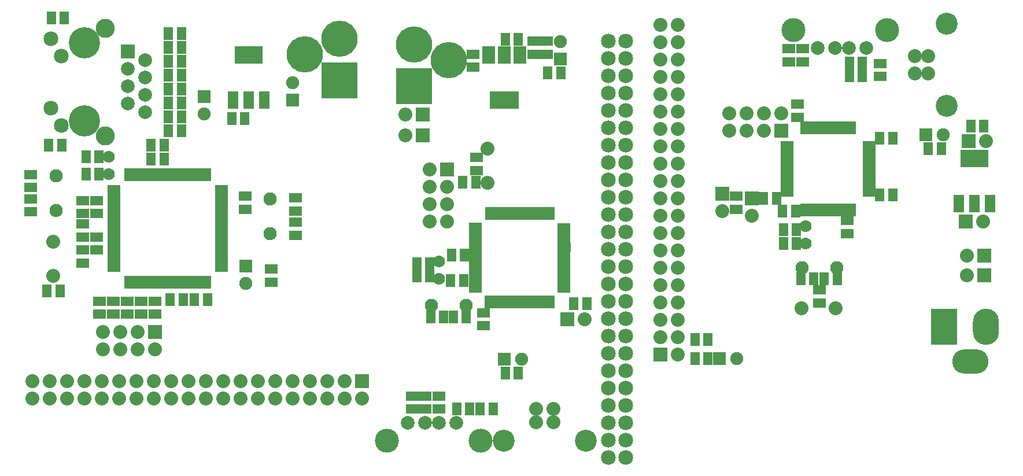
<source format=gts>
G04 (created by PCBNEW-RS274X (2011-03-30 BZR 2932)-stable) date 18/05/2011 11:49:28 p.m.*
G01*
G70*
G90*
%MOIN*%
G04 Gerber Fmt 3.4, Leading zero omitted, Abs format*
%FSLAX34Y34*%
G04 APERTURE LIST*
%ADD10C,0.006000*%
%ADD11C,0.076000*%
%ADD12C,0.209000*%
%ADD13R,0.209000X0.209000*%
%ADD14R,0.075000X0.075000*%
%ADD15C,0.075000*%
%ADD16R,0.075000X0.030000*%
%ADD17R,0.030000X0.075000*%
%ADD18R,0.075000X0.029200*%
%ADD19R,0.080000X0.080000*%
%ADD20C,0.080000*%
%ADD21C,0.085000*%
%ADD22C,0.070000*%
%ADD23R,0.055000X0.075000*%
%ADD24R,0.075000X0.055000*%
%ADD25R,0.170000X0.100000*%
%ADD26R,0.075000X0.100000*%
%ADD27C,0.079100*%
%ADD28C,0.138100*%
%ADD29C,0.126300*%
%ADD30O,0.150000X0.209000*%
%ADD31O,0.209000X0.140000*%
%ADD32R,0.164000X0.100000*%
%ADD33R,0.060000X0.100000*%
%ADD34R,0.078000X0.030000*%
%ADD35R,0.030000X0.078000*%
%ADD36C,0.180000*%
%ADD37R,0.079100X0.079100*%
%ADD38C,0.110000*%
G04 APERTURE END LIST*
G54D10*
G54D11*
X57750Y-26600D03*
X55750Y-26600D03*
G54D12*
X54750Y-11550D03*
G54D13*
X54750Y-13950D03*
G54D12*
X56750Y-12450D03*
G54D14*
X59950Y-29700D03*
G54D15*
X60950Y-29700D03*
G54D14*
X63200Y-12400D03*
G54D15*
X63200Y-11400D03*
G54D16*
X58291Y-21978D03*
G54D17*
X58978Y-26409D03*
G54D16*
X63409Y-25722D03*
G54D17*
X62722Y-21291D03*
G54D16*
X58291Y-22175D03*
G54D17*
X59175Y-26409D03*
G54D16*
X63409Y-25525D03*
G54D17*
X62525Y-21291D03*
G54D18*
X58291Y-22372D03*
G54D17*
X59372Y-26409D03*
G54D16*
X63409Y-25328D03*
G54D17*
X62328Y-21291D03*
G54D16*
X58291Y-22569D03*
G54D17*
X59569Y-26409D03*
G54D16*
X63409Y-25131D03*
G54D17*
X62131Y-21291D03*
G54D16*
X58291Y-22766D03*
G54D17*
X59766Y-26409D03*
G54D16*
X63409Y-24934D03*
G54D17*
X61934Y-21291D03*
G54D16*
X58291Y-22963D03*
G54D17*
X59963Y-26409D03*
G54D16*
X63409Y-24737D03*
G54D17*
X61737Y-21291D03*
G54D16*
X58291Y-23160D03*
G54D17*
X60160Y-26409D03*
G54D16*
X63409Y-24540D03*
G54D17*
X61540Y-21291D03*
G54D16*
X58291Y-23357D03*
G54D17*
X60357Y-26409D03*
G54D16*
X63409Y-24343D03*
G54D17*
X61343Y-21291D03*
G54D16*
X58291Y-23554D03*
G54D17*
X60554Y-26409D03*
G54D16*
X63409Y-24146D03*
G54D17*
X61146Y-21291D03*
G54D16*
X58291Y-23751D03*
G54D17*
X60751Y-26409D03*
G54D16*
X63409Y-23949D03*
G54D17*
X60949Y-21291D03*
G54D16*
X58291Y-23948D03*
G54D17*
X60948Y-26409D03*
G54D16*
X63409Y-23752D03*
G54D17*
X60752Y-21291D03*
G54D16*
X58291Y-24145D03*
G54D17*
X61145Y-26409D03*
G54D16*
X63409Y-23555D03*
G54D17*
X60555Y-21291D03*
G54D16*
X58291Y-24342D03*
G54D17*
X61342Y-26409D03*
G54D10*
G36*
X63034Y-23208D02*
X63784Y-23208D01*
X63784Y-23508D01*
X63034Y-23508D01*
X63034Y-23208D01*
X63034Y-23208D01*
G37*
G54D17*
X60358Y-21291D03*
G54D16*
X58291Y-24539D03*
G54D17*
X61539Y-26409D03*
G54D10*
G36*
X63034Y-23011D02*
X63784Y-23011D01*
X63784Y-23311D01*
X63034Y-23311D01*
X63034Y-23011D01*
X63034Y-23011D01*
G37*
G54D17*
X60161Y-21291D03*
G54D16*
X58291Y-24736D03*
G54D17*
X61736Y-26409D03*
G54D16*
X63409Y-22964D03*
G54D17*
X59964Y-21291D03*
G54D16*
X58291Y-24933D03*
G54D17*
X61933Y-26409D03*
G54D16*
X63409Y-22767D03*
G54D17*
X59767Y-21291D03*
G54D16*
X58291Y-25130D03*
G54D17*
X62130Y-26409D03*
G54D16*
X63409Y-22570D03*
G54D17*
X59570Y-21291D03*
G54D16*
X58291Y-25327D03*
G54D17*
X62327Y-26409D03*
G54D16*
X63409Y-22373D03*
G54D17*
X59373Y-21291D03*
G54D16*
X58291Y-25524D03*
G54D17*
X62524Y-26409D03*
G54D16*
X63409Y-22176D03*
G54D17*
X59176Y-21291D03*
G54D16*
X58291Y-25721D03*
G54D17*
X62721Y-26409D03*
G54D16*
X63409Y-21979D03*
G54D17*
X58979Y-21291D03*
G54D19*
X55250Y-16800D03*
G54D20*
X54250Y-16800D03*
G54D19*
X63600Y-27400D03*
G54D20*
X64600Y-27400D03*
G54D19*
X55250Y-15600D03*
G54D20*
X54250Y-15600D03*
G54D19*
X56650Y-18750D03*
G54D20*
X55650Y-18750D03*
X56650Y-19750D03*
X55650Y-19750D03*
X56650Y-20750D03*
X55650Y-20750D03*
X56650Y-21750D03*
X55650Y-21750D03*
G54D21*
X65950Y-23350D03*
X66950Y-23350D03*
X65950Y-22350D03*
X66950Y-22350D03*
X65950Y-21350D03*
X66950Y-21350D03*
X66950Y-18350D03*
X65950Y-18350D03*
X66950Y-19350D03*
X65950Y-19350D03*
X66950Y-20350D03*
X65950Y-20350D03*
X65950Y-14350D03*
X66950Y-14350D03*
X65950Y-13350D03*
X66950Y-13350D03*
X66950Y-15350D03*
X65950Y-15350D03*
X66950Y-16350D03*
X65950Y-16350D03*
X66950Y-17350D03*
X65950Y-17350D03*
X65950Y-29350D03*
X66950Y-29350D03*
X65950Y-28350D03*
X66950Y-28350D03*
X65950Y-27350D03*
X66950Y-27350D03*
X66950Y-24350D03*
X65950Y-24350D03*
X66950Y-25350D03*
X65950Y-25350D03*
X66950Y-26350D03*
X65950Y-26350D03*
X65950Y-32350D03*
X66950Y-32350D03*
X65950Y-31350D03*
X66950Y-31350D03*
X65950Y-30350D03*
X66950Y-30350D03*
X66950Y-11350D03*
X65950Y-11350D03*
X66950Y-12350D03*
X65950Y-12350D03*
X66950Y-33350D03*
X65950Y-33350D03*
X66950Y-34350D03*
X65950Y-34350D03*
X66950Y-35350D03*
X65950Y-35350D03*
G54D22*
X56200Y-24050D03*
X56200Y-25050D03*
G54D23*
X57025Y-27250D03*
X57775Y-27250D03*
X56475Y-27250D03*
X55725Y-27250D03*
X58325Y-19500D03*
X57575Y-19500D03*
G54D24*
X58350Y-18825D03*
X58350Y-18075D03*
G54D23*
X56875Y-25150D03*
X57625Y-25150D03*
X57225Y-32550D03*
X57975Y-32550D03*
X59325Y-32550D03*
X58575Y-32550D03*
X54925Y-24200D03*
X55675Y-24200D03*
G54D24*
X56200Y-32575D03*
X56200Y-31825D03*
X54650Y-32575D03*
X54650Y-31825D03*
G54D23*
X62475Y-13200D03*
X63225Y-13200D03*
G54D24*
X61650Y-12125D03*
X61650Y-11375D03*
G54D23*
X60025Y-11250D03*
X60775Y-11250D03*
G54D24*
X58150Y-12875D03*
X58150Y-12125D03*
G54D23*
X54925Y-24900D03*
X55675Y-24900D03*
X63975Y-26500D03*
X64725Y-26500D03*
G54D24*
X62400Y-12125D03*
X62400Y-11375D03*
G54D23*
X56925Y-23700D03*
X57675Y-23700D03*
X60025Y-30500D03*
X60775Y-30500D03*
G54D24*
X58750Y-27775D03*
X58750Y-27025D03*
X55400Y-32575D03*
X55400Y-31825D03*
G54D25*
X59950Y-14750D03*
G54D26*
X59950Y-12150D03*
X59050Y-12150D03*
X60850Y-12150D03*
G54D20*
X59000Y-19534D03*
X59000Y-17566D03*
G54D27*
X54400Y-33350D03*
X55400Y-33350D03*
X56200Y-33350D03*
X57200Y-33350D03*
G54D28*
X53200Y-34400D03*
X58600Y-34400D03*
G54D20*
X61800Y-32550D03*
X62800Y-32550D03*
X62800Y-33337D03*
X61800Y-33337D03*
G54D29*
X59938Y-34400D03*
X64662Y-34400D03*
G54D19*
X86575Y-21775D03*
G54D20*
X87575Y-21775D03*
G54D19*
X86725Y-17125D03*
G54D20*
X87725Y-17125D03*
G54D19*
X74225Y-20425D03*
G54D20*
X74225Y-21425D03*
G54D11*
X77125Y-24425D03*
X79125Y-24425D03*
G54D30*
X87725Y-27825D03*
G54D10*
G36*
X86075Y-26780D02*
X86075Y-28870D01*
X84575Y-28870D01*
X84575Y-26780D01*
X86075Y-26780D01*
X86075Y-26780D01*
G37*
G54D31*
X86825Y-29825D03*
G54D14*
X72375Y-29675D03*
G54D15*
X73375Y-29675D03*
G54D14*
X84275Y-16775D03*
G54D15*
X85275Y-16775D03*
G54D17*
X77147Y-21087D03*
G54D16*
X80987Y-20203D03*
G54D17*
X80103Y-16363D03*
G54D16*
X76263Y-17247D03*
G54D17*
X77344Y-21087D03*
G54D16*
X80987Y-20006D03*
G54D17*
X79906Y-16363D03*
G54D16*
X76263Y-17444D03*
G54D17*
X77541Y-21087D03*
G54D16*
X80987Y-19809D03*
G54D17*
X79709Y-16363D03*
G54D16*
X76263Y-17641D03*
G54D17*
X77738Y-21087D03*
G54D16*
X80987Y-19612D03*
G54D17*
X79512Y-16363D03*
G54D16*
X76263Y-17838D03*
G54D17*
X77935Y-21087D03*
G54D16*
X80987Y-19415D03*
G54D17*
X79315Y-16363D03*
G54D16*
X76263Y-18035D03*
G54D17*
X78132Y-21087D03*
G54D16*
X80987Y-19218D03*
G54D17*
X79118Y-16363D03*
G54D16*
X76263Y-18232D03*
G54D17*
X78329Y-21087D03*
G54D16*
X80987Y-19021D03*
G54D17*
X78921Y-16363D03*
G54D16*
X76263Y-18429D03*
G54D17*
X78526Y-21087D03*
G54D16*
X80987Y-18824D03*
G54D17*
X78724Y-16363D03*
G54D16*
X76263Y-18626D03*
G54D17*
X78723Y-21087D03*
G54D16*
X80987Y-18627D03*
G54D17*
X78527Y-16363D03*
G54D16*
X76263Y-18823D03*
G54D17*
X78920Y-21087D03*
G54D16*
X80987Y-18430D03*
G54D17*
X78330Y-16363D03*
G54D16*
X76263Y-19020D03*
G54D17*
X79117Y-21087D03*
G54D16*
X80987Y-18233D03*
G54D17*
X78133Y-16363D03*
G54D16*
X76263Y-19217D03*
G54D17*
X79314Y-21087D03*
G54D16*
X80987Y-18036D03*
G54D17*
X77936Y-16363D03*
G54D16*
X76263Y-19414D03*
G54D17*
X79511Y-21087D03*
G54D16*
X80987Y-17839D03*
G54D17*
X77739Y-16363D03*
G54D16*
X76263Y-19611D03*
G54D17*
X79708Y-21087D03*
G54D16*
X80987Y-17642D03*
G54D17*
X77542Y-16363D03*
G54D16*
X76263Y-19808D03*
G54D17*
X79905Y-21087D03*
G54D16*
X80987Y-17445D03*
G54D17*
X77345Y-16363D03*
G54D16*
X76263Y-20005D03*
G54D17*
X80102Y-21087D03*
G54D16*
X80987Y-17248D03*
G54D17*
X77148Y-16363D03*
G54D16*
X76263Y-20202D03*
G54D19*
X68975Y-29425D03*
G54D20*
X69975Y-29425D03*
X68975Y-24425D03*
X69975Y-28425D03*
X68975Y-23425D03*
X69975Y-27425D03*
X68975Y-22425D03*
X69975Y-26425D03*
X68975Y-21425D03*
X69975Y-25425D03*
X68975Y-20425D03*
X69975Y-24425D03*
X68975Y-19425D03*
X69975Y-23425D03*
X68975Y-18425D03*
X69975Y-22425D03*
X68975Y-17425D03*
X69975Y-21425D03*
X68975Y-16425D03*
X69975Y-20425D03*
X68975Y-15425D03*
X69975Y-19425D03*
X68975Y-14425D03*
X69975Y-18425D03*
X69975Y-17425D03*
X68975Y-13425D03*
X69975Y-16425D03*
X69975Y-14425D03*
X69975Y-13425D03*
X69975Y-12425D03*
X69975Y-11425D03*
X68975Y-12425D03*
X68975Y-11425D03*
X68975Y-28425D03*
X68975Y-27425D03*
X68975Y-26425D03*
X68975Y-25425D03*
X68975Y-10425D03*
X69975Y-10425D03*
X69975Y-15425D03*
G54D19*
X87625Y-24875D03*
G54D20*
X86625Y-24875D03*
G54D19*
X87625Y-23725D03*
G54D20*
X86625Y-23725D03*
G54D19*
X72525Y-20175D03*
G54D20*
X72525Y-21175D03*
G54D19*
X75925Y-16525D03*
G54D20*
X75925Y-15525D03*
X74925Y-16525D03*
X74925Y-15525D03*
X73925Y-16525D03*
X73925Y-15525D03*
X72925Y-16525D03*
X72925Y-15525D03*
G54D22*
X77325Y-22025D03*
X77325Y-23025D03*
G54D23*
X79850Y-12625D03*
X80600Y-12625D03*
G54D24*
X73325Y-20300D03*
X73325Y-21050D03*
X81625Y-13400D03*
X81625Y-12650D03*
X77175Y-11800D03*
X77175Y-12550D03*
G54D23*
X70950Y-28575D03*
X71700Y-28575D03*
G54D24*
X76375Y-12550D03*
X76375Y-11800D03*
G54D23*
X71700Y-29675D03*
X70950Y-29675D03*
X84400Y-17575D03*
X85150Y-17575D03*
X77800Y-25075D03*
X77050Y-25075D03*
X76800Y-22225D03*
X76050Y-22225D03*
X78400Y-25075D03*
X79150Y-25075D03*
G54D24*
X78125Y-26450D03*
X78125Y-25700D03*
G54D23*
X87600Y-16275D03*
X86850Y-16275D03*
X79850Y-13375D03*
X80600Y-13375D03*
X76000Y-21175D03*
X76750Y-21175D03*
X81600Y-20225D03*
X82350Y-20225D03*
G54D24*
X79725Y-21700D03*
X79725Y-22450D03*
G54D23*
X81600Y-16975D03*
X82350Y-16975D03*
G54D24*
X76875Y-15750D03*
X76875Y-15000D03*
G54D23*
X75650Y-20425D03*
X74900Y-20425D03*
X76800Y-23025D03*
X76050Y-23025D03*
G54D32*
X87075Y-18125D03*
G54D33*
X87075Y-20725D03*
X87975Y-20725D03*
X86175Y-20725D03*
G54D20*
X79059Y-26775D03*
X77091Y-26775D03*
G54D27*
X80825Y-11775D03*
X79825Y-11775D03*
X79025Y-11775D03*
X78025Y-11775D03*
G54D28*
X82025Y-10725D03*
X76625Y-10725D03*
G54D20*
X83625Y-13225D03*
X83625Y-12225D03*
X84412Y-12225D03*
X84412Y-13225D03*
G54D29*
X85475Y-15087D03*
X85475Y-10363D03*
G54D14*
X47775Y-14775D03*
G54D15*
X47775Y-13775D03*
G54D14*
X42675Y-14575D03*
G54D15*
X42675Y-15575D03*
G54D14*
X45075Y-24325D03*
G54D15*
X45075Y-25325D03*
G54D11*
X34125Y-19125D03*
X34125Y-21125D03*
X46475Y-20475D03*
X46475Y-22475D03*
G54D12*
X50475Y-11225D03*
G54D13*
X50475Y-13625D03*
G54D12*
X48475Y-12125D03*
G54D34*
X43675Y-24539D03*
G54D35*
X42939Y-19075D03*
G54D34*
X37475Y-19811D03*
G54D35*
X38211Y-25275D03*
G54D34*
X43675Y-24342D03*
G54D35*
X42742Y-19075D03*
G54D34*
X37475Y-20008D03*
G54D35*
X38408Y-25275D03*
G54D34*
X43675Y-24145D03*
G54D35*
X42545Y-19075D03*
G54D34*
X37475Y-20205D03*
G54D35*
X38605Y-25275D03*
G54D34*
X43675Y-23948D03*
G54D35*
X42348Y-19075D03*
G54D34*
X37475Y-20402D03*
G54D35*
X38802Y-25275D03*
G54D34*
X43675Y-23751D03*
G54D35*
X42151Y-19075D03*
G54D34*
X37475Y-20599D03*
G54D35*
X38999Y-25275D03*
G54D34*
X43675Y-23554D03*
G54D35*
X41954Y-19075D03*
G54D34*
X37475Y-20796D03*
G54D35*
X39196Y-25275D03*
G54D34*
X43675Y-23357D03*
G54D35*
X41757Y-19075D03*
G54D34*
X37475Y-20993D03*
G54D35*
X39393Y-25275D03*
G54D34*
X43675Y-23160D03*
G54D35*
X41560Y-19075D03*
G54D34*
X37475Y-21190D03*
G54D35*
X39590Y-25275D03*
G54D34*
X43675Y-22963D03*
G54D35*
X41363Y-19075D03*
G54D34*
X37475Y-21387D03*
G54D35*
X39787Y-25275D03*
G54D34*
X43675Y-22766D03*
G54D35*
X41166Y-19075D03*
G54D34*
X37475Y-21584D03*
G54D35*
X39984Y-25275D03*
G54D34*
X43675Y-22569D03*
G54D35*
X40969Y-19075D03*
G54D34*
X37475Y-21781D03*
G54D35*
X40181Y-25275D03*
G54D34*
X43675Y-22372D03*
G54D35*
X40772Y-19075D03*
G54D34*
X37475Y-21978D03*
G54D35*
X40378Y-25275D03*
G54D34*
X43675Y-22175D03*
G54D35*
X40575Y-19075D03*
G54D34*
X37475Y-22175D03*
G54D35*
X40575Y-25275D03*
G54D34*
X43675Y-21978D03*
G54D35*
X40378Y-19075D03*
G54D34*
X37475Y-22372D03*
G54D35*
X40772Y-25275D03*
G54D34*
X43675Y-21781D03*
G54D35*
X40181Y-19075D03*
G54D34*
X37475Y-22569D03*
G54D35*
X40969Y-25275D03*
G54D34*
X43675Y-21584D03*
G54D35*
X39984Y-19075D03*
G54D34*
X37475Y-22766D03*
G54D35*
X41166Y-25275D03*
G54D34*
X43675Y-21387D03*
G54D35*
X39787Y-19075D03*
G54D34*
X37475Y-22963D03*
G54D35*
X41363Y-25275D03*
G54D34*
X43675Y-21190D03*
G54D35*
X39590Y-19075D03*
G54D34*
X37475Y-23160D03*
G54D35*
X41560Y-25275D03*
G54D34*
X43675Y-20993D03*
G54D35*
X39393Y-19075D03*
G54D34*
X37475Y-23357D03*
G54D35*
X41757Y-25275D03*
G54D34*
X43675Y-20796D03*
G54D35*
X39196Y-19075D03*
G54D34*
X37475Y-23554D03*
G54D35*
X41954Y-25275D03*
G54D34*
X43675Y-20599D03*
G54D35*
X38999Y-19075D03*
G54D34*
X37475Y-23751D03*
G54D35*
X42151Y-25275D03*
G54D34*
X43675Y-20402D03*
G54D35*
X38802Y-19075D03*
G54D34*
X37475Y-23948D03*
G54D35*
X42348Y-25275D03*
G54D34*
X43675Y-20205D03*
G54D35*
X38605Y-19075D03*
G54D34*
X37475Y-24145D03*
G54D35*
X42545Y-25275D03*
G54D34*
X43675Y-20008D03*
G54D35*
X38408Y-19075D03*
G54D34*
X37475Y-24342D03*
G54D35*
X42742Y-25275D03*
G54D34*
X43675Y-19811D03*
G54D35*
X38211Y-19075D03*
G54D34*
X37475Y-24539D03*
G54D35*
X42939Y-25275D03*
G54D19*
X51775Y-30975D03*
G54D20*
X51775Y-31975D03*
X46775Y-30975D03*
X50775Y-31975D03*
X45775Y-30975D03*
X49775Y-31975D03*
X44775Y-30975D03*
X48775Y-31975D03*
X43775Y-30975D03*
X47775Y-31975D03*
X42775Y-30975D03*
X46775Y-31975D03*
X41775Y-30975D03*
X45775Y-31975D03*
X40775Y-30975D03*
X44775Y-31975D03*
X39775Y-30975D03*
X43775Y-31975D03*
X38775Y-30975D03*
X42775Y-31975D03*
X37775Y-30975D03*
X41775Y-31975D03*
X36775Y-30975D03*
X40775Y-31975D03*
X39775Y-31975D03*
X35775Y-30975D03*
X38775Y-31975D03*
X36775Y-31975D03*
X35775Y-31975D03*
X34775Y-31975D03*
X33775Y-31975D03*
X34775Y-30975D03*
X33775Y-30975D03*
X50775Y-30975D03*
X49775Y-30975D03*
X48775Y-30975D03*
X47775Y-30975D03*
X32775Y-30975D03*
X32775Y-31975D03*
X37775Y-31975D03*
G54D19*
X39825Y-28125D03*
G54D20*
X39825Y-29125D03*
X38825Y-28125D03*
X38825Y-29125D03*
X37825Y-28125D03*
X37825Y-29125D03*
X36825Y-28125D03*
X36825Y-29125D03*
G54D22*
X37175Y-19025D03*
X37175Y-18025D03*
G54D36*
X35775Y-15975D03*
X35775Y-11475D03*
G54D37*
X38275Y-11975D03*
G54D27*
X39275Y-12475D03*
X38275Y-12975D03*
X39275Y-13475D03*
X38275Y-13975D03*
X39275Y-14475D03*
X38275Y-14975D03*
X39275Y-15475D03*
G54D38*
X36975Y-10625D03*
X36975Y-16825D03*
G54D21*
X33845Y-11235D03*
X34445Y-12235D03*
X33845Y-15215D03*
X34445Y-16215D03*
G54D23*
X40600Y-12525D03*
X41350Y-12525D03*
X40600Y-10925D03*
X41350Y-10925D03*
G54D24*
X45025Y-21050D03*
X45025Y-20300D03*
X36475Y-22650D03*
X36475Y-23400D03*
X36475Y-20550D03*
X36475Y-21300D03*
G54D23*
X41450Y-26275D03*
X40700Y-26275D03*
X42850Y-26275D03*
X42100Y-26275D03*
G54D24*
X35675Y-21900D03*
X35675Y-22650D03*
G54D23*
X40350Y-18175D03*
X39600Y-18175D03*
X33850Y-10025D03*
X34600Y-10025D03*
X39600Y-17375D03*
X40350Y-17375D03*
X34450Y-17375D03*
X33700Y-17375D03*
X40600Y-14925D03*
X41350Y-14925D03*
G54D24*
X39825Y-26350D03*
X39825Y-27100D03*
X37425Y-26350D03*
X37425Y-27100D03*
X36625Y-26350D03*
X36625Y-27100D03*
G54D23*
X40600Y-15725D03*
X41350Y-15725D03*
X41350Y-11725D03*
X40600Y-11725D03*
X41350Y-13325D03*
X40600Y-13325D03*
G54D24*
X32675Y-20450D03*
X32675Y-21200D03*
X32675Y-19800D03*
X32675Y-19050D03*
X47925Y-21150D03*
X47925Y-20400D03*
X47925Y-21800D03*
X47925Y-22550D03*
G54D23*
X35850Y-19025D03*
X36600Y-19025D03*
X35850Y-18025D03*
X36600Y-18025D03*
X34350Y-25775D03*
X33600Y-25775D03*
G54D24*
X38225Y-26350D03*
X38225Y-27100D03*
X35675Y-23400D03*
X35675Y-24150D03*
G54D23*
X41350Y-14125D03*
X40600Y-14125D03*
X41350Y-16525D03*
X40600Y-16525D03*
G54D24*
X46525Y-25250D03*
X46525Y-24500D03*
X35675Y-20550D03*
X35675Y-21300D03*
X39025Y-26350D03*
X39025Y-27100D03*
G54D23*
X45000Y-15825D03*
X44250Y-15825D03*
G54D32*
X45225Y-12175D03*
G54D33*
X45225Y-14775D03*
X46125Y-14775D03*
X44325Y-14775D03*
G54D20*
X33975Y-22941D03*
X33975Y-24909D03*
M02*

</source>
